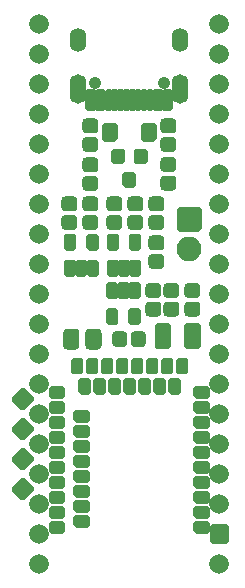
<source format=gbr>
G04 #@! TF.GenerationSoftware,KiCad,Pcbnew,(5.1.8)-1*
G04 #@! TF.CreationDate,2021-06-12T10:53:30+02:00*
G04 #@! TF.ProjectId,BlueMacro,426c7565-4d61-4637-926f-2e6b69636164,rev?*
G04 #@! TF.SameCoordinates,Original*
G04 #@! TF.FileFunction,Soldermask,Top*
G04 #@! TF.FilePolarity,Negative*
%FSLAX46Y46*%
G04 Gerber Fmt 4.6, Leading zero omitted, Abs format (unit mm)*
G04 Created by KiCad (PCBNEW (5.1.8)-1) date 2021-06-12 10:53:30*
%MOMM*%
%LPD*%
G01*
G04 APERTURE LIST*
%ADD10C,1.670000*%
%ADD11O,2.100000X2.100000*%
%ADD12O,1.400000X2.000000*%
%ADD13O,1.400000X2.500000*%
%ADD14C,1.050000*%
G04 APERTURE END LIST*
G36*
G01*
X47758000Y-59107000D02*
X47758000Y-58107000D01*
G75*
G02*
X47958000Y-57907000I200000J0D01*
G01*
X48608000Y-57907000D01*
G75*
G02*
X48808000Y-58107000I0J-200000D01*
G01*
X48808000Y-59107000D01*
G75*
G02*
X48608000Y-59307000I-200000J0D01*
G01*
X47958000Y-59307000D01*
G75*
G02*
X47758000Y-59107000I0J200000D01*
G01*
G37*
G36*
G01*
X43948000Y-59107000D02*
X43948000Y-58107000D01*
G75*
G02*
X44148000Y-57907000I200000J0D01*
G01*
X44798000Y-57907000D01*
G75*
G02*
X44998000Y-58107000I0J-200000D01*
G01*
X44998000Y-59107000D01*
G75*
G02*
X44798000Y-59307000I-200000J0D01*
G01*
X44148000Y-59307000D01*
G75*
G02*
X43948000Y-59107000I0J200000D01*
G01*
G37*
G36*
G01*
X45218000Y-59107000D02*
X45218000Y-58107000D01*
G75*
G02*
X45418000Y-57907000I200000J0D01*
G01*
X46068000Y-57907000D01*
G75*
G02*
X46268000Y-58107000I0J-200000D01*
G01*
X46268000Y-59107000D01*
G75*
G02*
X46068000Y-59307000I-200000J0D01*
G01*
X45418000Y-59307000D01*
G75*
G02*
X45218000Y-59107000I0J200000D01*
G01*
G37*
G36*
G01*
X49028000Y-59107000D02*
X49028000Y-58107000D01*
G75*
G02*
X49228000Y-57907000I200000J0D01*
G01*
X49878000Y-57907000D01*
G75*
G02*
X50078000Y-58107000I0J-200000D01*
G01*
X50078000Y-59107000D01*
G75*
G02*
X49878000Y-59307000I-200000J0D01*
G01*
X49228000Y-59307000D01*
G75*
G02*
X49028000Y-59107000I0J200000D01*
G01*
G37*
G36*
G01*
X46488000Y-59107000D02*
X46488000Y-58107000D01*
G75*
G02*
X46688000Y-57907000I200000J0D01*
G01*
X47338000Y-57907000D01*
G75*
G02*
X47538000Y-58107000I0J-200000D01*
G01*
X47538000Y-59107000D01*
G75*
G02*
X47338000Y-59307000I-200000J0D01*
G01*
X46688000Y-59307000D01*
G75*
G02*
X46488000Y-59107000I0J200000D01*
G01*
G37*
G36*
G01*
X51568000Y-59107000D02*
X51568000Y-58107000D01*
G75*
G02*
X51768000Y-57907000I200000J0D01*
G01*
X52418000Y-57907000D01*
G75*
G02*
X52618000Y-58107000I0J-200000D01*
G01*
X52618000Y-59107000D01*
G75*
G02*
X52418000Y-59307000I-200000J0D01*
G01*
X51768000Y-59307000D01*
G75*
G02*
X51568000Y-59107000I0J200000D01*
G01*
G37*
G36*
G01*
X50298000Y-59107000D02*
X50298000Y-58107000D01*
G75*
G02*
X50498000Y-57907000I200000J0D01*
G01*
X51148000Y-57907000D01*
G75*
G02*
X51348000Y-58107000I0J-200000D01*
G01*
X51348000Y-59107000D01*
G75*
G02*
X51148000Y-59307000I-200000J0D01*
G01*
X50498000Y-59307000D01*
G75*
G02*
X50298000Y-59107000I0J200000D01*
G01*
G37*
G36*
G01*
X43719000Y-69512000D02*
X44719000Y-69512000D01*
G75*
G02*
X44919000Y-69712000I0J-200000D01*
G01*
X44919000Y-70362000D01*
G75*
G02*
X44719000Y-70562000I-200000J0D01*
G01*
X43719000Y-70562000D01*
G75*
G02*
X43519000Y-70362000I0J200000D01*
G01*
X43519000Y-69712000D01*
G75*
G02*
X43719000Y-69512000I200000J0D01*
G01*
G37*
G36*
G01*
X43719000Y-68242000D02*
X44719000Y-68242000D01*
G75*
G02*
X44919000Y-68442000I0J-200000D01*
G01*
X44919000Y-69092000D01*
G75*
G02*
X44719000Y-69292000I-200000J0D01*
G01*
X43719000Y-69292000D01*
G75*
G02*
X43519000Y-69092000I0J200000D01*
G01*
X43519000Y-68442000D01*
G75*
G02*
X43719000Y-68242000I200000J0D01*
G01*
G37*
G36*
G01*
X43719000Y-66972000D02*
X44719000Y-66972000D01*
G75*
G02*
X44919000Y-67172000I0J-200000D01*
G01*
X44919000Y-67822000D01*
G75*
G02*
X44719000Y-68022000I-200000J0D01*
G01*
X43719000Y-68022000D01*
G75*
G02*
X43519000Y-67822000I0J200000D01*
G01*
X43519000Y-67172000D01*
G75*
G02*
X43719000Y-66972000I200000J0D01*
G01*
G37*
G36*
G01*
X43719000Y-65702000D02*
X44719000Y-65702000D01*
G75*
G02*
X44919000Y-65902000I0J-200000D01*
G01*
X44919000Y-66552000D01*
G75*
G02*
X44719000Y-66752000I-200000J0D01*
G01*
X43719000Y-66752000D01*
G75*
G02*
X43519000Y-66552000I0J200000D01*
G01*
X43519000Y-65902000D01*
G75*
G02*
X43719000Y-65702000I200000J0D01*
G01*
G37*
G36*
G01*
X44719000Y-65482000D02*
X43719000Y-65482000D01*
G75*
G02*
X43519000Y-65282000I0J200000D01*
G01*
X43519000Y-64632000D01*
G75*
G02*
X43719000Y-64432000I200000J0D01*
G01*
X44719000Y-64432000D01*
G75*
G02*
X44919000Y-64632000I0J-200000D01*
G01*
X44919000Y-65282000D01*
G75*
G02*
X44719000Y-65482000I-200000J0D01*
G01*
G37*
G36*
G01*
X43719000Y-63162000D02*
X44719000Y-63162000D01*
G75*
G02*
X44919000Y-63362000I0J-200000D01*
G01*
X44919000Y-64012000D01*
G75*
G02*
X44719000Y-64212000I-200000J0D01*
G01*
X43719000Y-64212000D01*
G75*
G02*
X43519000Y-64012000I0J200000D01*
G01*
X43519000Y-63362000D01*
G75*
G02*
X43719000Y-63162000I200000J0D01*
G01*
G37*
G36*
G01*
X43719000Y-61892000D02*
X44719000Y-61892000D01*
G75*
G02*
X44919000Y-62092000I0J-200000D01*
G01*
X44919000Y-62742000D01*
G75*
G02*
X44719000Y-62942000I-200000J0D01*
G01*
X43719000Y-62942000D01*
G75*
G02*
X43519000Y-62742000I0J200000D01*
G01*
X43519000Y-62092000D01*
G75*
G02*
X43719000Y-61892000I200000J0D01*
G01*
G37*
G36*
G01*
X47125000Y-57396000D02*
X47125000Y-56396000D01*
G75*
G02*
X47325000Y-56196000I200000J0D01*
G01*
X47975000Y-56196000D01*
G75*
G02*
X48175000Y-56396000I0J-200000D01*
G01*
X48175000Y-57396000D01*
G75*
G02*
X47975000Y-57596000I-200000J0D01*
G01*
X47325000Y-57596000D01*
G75*
G02*
X47125000Y-57396000I0J200000D01*
G01*
G37*
G36*
G01*
X43315000Y-57396000D02*
X43315000Y-56396000D01*
G75*
G02*
X43515000Y-56196000I200000J0D01*
G01*
X44165000Y-56196000D01*
G75*
G02*
X44365000Y-56396000I0J-200000D01*
G01*
X44365000Y-57396000D01*
G75*
G02*
X44165000Y-57596000I-200000J0D01*
G01*
X43515000Y-57596000D01*
G75*
G02*
X43315000Y-57396000I0J200000D01*
G01*
G37*
G36*
G01*
X48395000Y-57396000D02*
X48395000Y-56396000D01*
G75*
G02*
X48595000Y-56196000I200000J0D01*
G01*
X49245000Y-56196000D01*
G75*
G02*
X49445000Y-56396000I0J-200000D01*
G01*
X49445000Y-57396000D01*
G75*
G02*
X49245000Y-57596000I-200000J0D01*
G01*
X48595000Y-57596000D01*
G75*
G02*
X48395000Y-57396000I0J200000D01*
G01*
G37*
G36*
G01*
X49665000Y-57396000D02*
X49665000Y-56396000D01*
G75*
G02*
X49865000Y-56196000I200000J0D01*
G01*
X50515000Y-56196000D01*
G75*
G02*
X50715000Y-56396000I0J-200000D01*
G01*
X50715000Y-57396000D01*
G75*
G02*
X50515000Y-57596000I-200000J0D01*
G01*
X49865000Y-57596000D01*
G75*
G02*
X49665000Y-57396000I0J200000D01*
G01*
G37*
G36*
G01*
X50935000Y-57396000D02*
X50935000Y-56396000D01*
G75*
G02*
X51135000Y-56196000I200000J0D01*
G01*
X51785000Y-56196000D01*
G75*
G02*
X51985000Y-56396000I0J-200000D01*
G01*
X51985000Y-57396000D01*
G75*
G02*
X51785000Y-57596000I-200000J0D01*
G01*
X51135000Y-57596000D01*
G75*
G02*
X50935000Y-57396000I0J200000D01*
G01*
G37*
G36*
G01*
X45855000Y-57396000D02*
X45855000Y-56396000D01*
G75*
G02*
X46055000Y-56196000I200000J0D01*
G01*
X46705000Y-56196000D01*
G75*
G02*
X46905000Y-56396000I0J-200000D01*
G01*
X46905000Y-57396000D01*
G75*
G02*
X46705000Y-57596000I-200000J0D01*
G01*
X46055000Y-57596000D01*
G75*
G02*
X45855000Y-57396000I0J200000D01*
G01*
G37*
G36*
G01*
X52205000Y-57396000D02*
X52205000Y-56396000D01*
G75*
G02*
X52405000Y-56196000I200000J0D01*
G01*
X53055000Y-56196000D01*
G75*
G02*
X53255000Y-56396000I0J-200000D01*
G01*
X53255000Y-57396000D01*
G75*
G02*
X53055000Y-57596000I-200000J0D01*
G01*
X52405000Y-57596000D01*
G75*
G02*
X52205000Y-57396000I0J200000D01*
G01*
G37*
G36*
G01*
X44585000Y-57396000D02*
X44585000Y-56396000D01*
G75*
G02*
X44785000Y-56196000I200000J0D01*
G01*
X45435000Y-56196000D01*
G75*
G02*
X45635000Y-56396000I0J-200000D01*
G01*
X45635000Y-57396000D01*
G75*
G02*
X45435000Y-57596000I-200000J0D01*
G01*
X44785000Y-57596000D01*
G75*
G02*
X44585000Y-57396000I0J200000D01*
G01*
G37*
G36*
G01*
X41641000Y-58590000D02*
X42641000Y-58590000D01*
G75*
G02*
X42841000Y-58790000I0J-200000D01*
G01*
X42841000Y-59440000D01*
G75*
G02*
X42641000Y-59640000I-200000J0D01*
G01*
X41641000Y-59640000D01*
G75*
G02*
X41441000Y-59440000I0J200000D01*
G01*
X41441000Y-58790000D01*
G75*
G02*
X41641000Y-58590000I200000J0D01*
G01*
G37*
G36*
G01*
X41641000Y-59860000D02*
X42641000Y-59860000D01*
G75*
G02*
X42841000Y-60060000I0J-200000D01*
G01*
X42841000Y-60710000D01*
G75*
G02*
X42641000Y-60910000I-200000J0D01*
G01*
X41641000Y-60910000D01*
G75*
G02*
X41441000Y-60710000I0J200000D01*
G01*
X41441000Y-60060000D01*
G75*
G02*
X41641000Y-59860000I200000J0D01*
G01*
G37*
G36*
G01*
X41641000Y-64940000D02*
X42641000Y-64940000D01*
G75*
G02*
X42841000Y-65140000I0J-200000D01*
G01*
X42841000Y-65790000D01*
G75*
G02*
X42641000Y-65990000I-200000J0D01*
G01*
X41641000Y-65990000D01*
G75*
G02*
X41441000Y-65790000I0J200000D01*
G01*
X41441000Y-65140000D01*
G75*
G02*
X41641000Y-64940000I200000J0D01*
G01*
G37*
G36*
G01*
X41641000Y-61130000D02*
X42641000Y-61130000D01*
G75*
G02*
X42841000Y-61330000I0J-200000D01*
G01*
X42841000Y-61980000D01*
G75*
G02*
X42641000Y-62180000I-200000J0D01*
G01*
X41641000Y-62180000D01*
G75*
G02*
X41441000Y-61980000I0J200000D01*
G01*
X41441000Y-61330000D01*
G75*
G02*
X41641000Y-61130000I200000J0D01*
G01*
G37*
G36*
G01*
X41641000Y-66210000D02*
X42641000Y-66210000D01*
G75*
G02*
X42841000Y-66410000I0J-200000D01*
G01*
X42841000Y-67060000D01*
G75*
G02*
X42641000Y-67260000I-200000J0D01*
G01*
X41641000Y-67260000D01*
G75*
G02*
X41441000Y-67060000I0J200000D01*
G01*
X41441000Y-66410000D01*
G75*
G02*
X41641000Y-66210000I200000J0D01*
G01*
G37*
G36*
G01*
X41641000Y-67480000D02*
X42641000Y-67480000D01*
G75*
G02*
X42841000Y-67680000I0J-200000D01*
G01*
X42841000Y-68330000D01*
G75*
G02*
X42641000Y-68530000I-200000J0D01*
G01*
X41641000Y-68530000D01*
G75*
G02*
X41441000Y-68330000I0J200000D01*
G01*
X41441000Y-67680000D01*
G75*
G02*
X41641000Y-67480000I200000J0D01*
G01*
G37*
G36*
G01*
X41641000Y-68750000D02*
X42641000Y-68750000D01*
G75*
G02*
X42841000Y-68950000I0J-200000D01*
G01*
X42841000Y-69600000D01*
G75*
G02*
X42641000Y-69800000I-200000J0D01*
G01*
X41641000Y-69800000D01*
G75*
G02*
X41441000Y-69600000I0J200000D01*
G01*
X41441000Y-68950000D01*
G75*
G02*
X41641000Y-68750000I200000J0D01*
G01*
G37*
G36*
G01*
X41641000Y-63670000D02*
X42641000Y-63670000D01*
G75*
G02*
X42841000Y-63870000I0J-200000D01*
G01*
X42841000Y-64520000D01*
G75*
G02*
X42641000Y-64720000I-200000J0D01*
G01*
X41641000Y-64720000D01*
G75*
G02*
X41441000Y-64520000I0J200000D01*
G01*
X41441000Y-63870000D01*
G75*
G02*
X41641000Y-63670000I200000J0D01*
G01*
G37*
G36*
G01*
X41641000Y-70020000D02*
X42641000Y-70020000D01*
G75*
G02*
X42841000Y-70220000I0J-200000D01*
G01*
X42841000Y-70870000D01*
G75*
G02*
X42641000Y-71070000I-200000J0D01*
G01*
X41641000Y-71070000D01*
G75*
G02*
X41441000Y-70870000I0J200000D01*
G01*
X41441000Y-70220000D01*
G75*
G02*
X41641000Y-70020000I200000J0D01*
G01*
G37*
G36*
G01*
X41641000Y-62400000D02*
X42641000Y-62400000D01*
G75*
G02*
X42841000Y-62600000I0J-200000D01*
G01*
X42841000Y-63250000D01*
G75*
G02*
X42641000Y-63450000I-200000J0D01*
G01*
X41641000Y-63450000D01*
G75*
G02*
X41441000Y-63250000I0J200000D01*
G01*
X41441000Y-62600000D01*
G75*
G02*
X41641000Y-62400000I200000J0D01*
G01*
G37*
G36*
G01*
X53879000Y-70020000D02*
X54879000Y-70020000D01*
G75*
G02*
X55079000Y-70220000I0J-200000D01*
G01*
X55079000Y-70870000D01*
G75*
G02*
X54879000Y-71070000I-200000J0D01*
G01*
X53879000Y-71070000D01*
G75*
G02*
X53679000Y-70870000I0J200000D01*
G01*
X53679000Y-70220000D01*
G75*
G02*
X53879000Y-70020000I200000J0D01*
G01*
G37*
G36*
G01*
X53879000Y-68750000D02*
X54879000Y-68750000D01*
G75*
G02*
X55079000Y-68950000I0J-200000D01*
G01*
X55079000Y-69600000D01*
G75*
G02*
X54879000Y-69800000I-200000J0D01*
G01*
X53879000Y-69800000D01*
G75*
G02*
X53679000Y-69600000I0J200000D01*
G01*
X53679000Y-68950000D01*
G75*
G02*
X53879000Y-68750000I200000J0D01*
G01*
G37*
G36*
G01*
X53879000Y-67480000D02*
X54879000Y-67480000D01*
G75*
G02*
X55079000Y-67680000I0J-200000D01*
G01*
X55079000Y-68330000D01*
G75*
G02*
X54879000Y-68530000I-200000J0D01*
G01*
X53879000Y-68530000D01*
G75*
G02*
X53679000Y-68330000I0J200000D01*
G01*
X53679000Y-67680000D01*
G75*
G02*
X53879000Y-67480000I200000J0D01*
G01*
G37*
G36*
G01*
X53879000Y-66210000D02*
X54879000Y-66210000D01*
G75*
G02*
X55079000Y-66410000I0J-200000D01*
G01*
X55079000Y-67060000D01*
G75*
G02*
X54879000Y-67260000I-200000J0D01*
G01*
X53879000Y-67260000D01*
G75*
G02*
X53679000Y-67060000I0J200000D01*
G01*
X53679000Y-66410000D01*
G75*
G02*
X53879000Y-66210000I200000J0D01*
G01*
G37*
G36*
G01*
X53879000Y-64940000D02*
X54879000Y-64940000D01*
G75*
G02*
X55079000Y-65140000I0J-200000D01*
G01*
X55079000Y-65790000D01*
G75*
G02*
X54879000Y-65990000I-200000J0D01*
G01*
X53879000Y-65990000D01*
G75*
G02*
X53679000Y-65790000I0J200000D01*
G01*
X53679000Y-65140000D01*
G75*
G02*
X53879000Y-64940000I200000J0D01*
G01*
G37*
G36*
G01*
X53879000Y-63670000D02*
X54879000Y-63670000D01*
G75*
G02*
X55079000Y-63870000I0J-200000D01*
G01*
X55079000Y-64520000D01*
G75*
G02*
X54879000Y-64720000I-200000J0D01*
G01*
X53879000Y-64720000D01*
G75*
G02*
X53679000Y-64520000I0J200000D01*
G01*
X53679000Y-63870000D01*
G75*
G02*
X53879000Y-63670000I200000J0D01*
G01*
G37*
G36*
G01*
X53879000Y-62400000D02*
X54879000Y-62400000D01*
G75*
G02*
X55079000Y-62600000I0J-200000D01*
G01*
X55079000Y-63250000D01*
G75*
G02*
X54879000Y-63450000I-200000J0D01*
G01*
X53879000Y-63450000D01*
G75*
G02*
X53679000Y-63250000I0J200000D01*
G01*
X53679000Y-62600000D01*
G75*
G02*
X53879000Y-62400000I200000J0D01*
G01*
G37*
G36*
G01*
X53879000Y-61130000D02*
X54879000Y-61130000D01*
G75*
G02*
X55079000Y-61330000I0J-200000D01*
G01*
X55079000Y-61980000D01*
G75*
G02*
X54879000Y-62180000I-200000J0D01*
G01*
X53879000Y-62180000D01*
G75*
G02*
X53679000Y-61980000I0J200000D01*
G01*
X53679000Y-61330000D01*
G75*
G02*
X53879000Y-61130000I200000J0D01*
G01*
G37*
G36*
G01*
X53879000Y-59860000D02*
X54879000Y-59860000D01*
G75*
G02*
X55079000Y-60060000I0J-200000D01*
G01*
X55079000Y-60710000D01*
G75*
G02*
X54879000Y-60910000I-200000J0D01*
G01*
X53879000Y-60910000D01*
G75*
G02*
X53679000Y-60710000I0J200000D01*
G01*
X53679000Y-60060000D01*
G75*
G02*
X53879000Y-59860000I200000J0D01*
G01*
G37*
G36*
G01*
X53879000Y-58590000D02*
X54879000Y-58590000D01*
G75*
G02*
X55079000Y-58790000I0J-200000D01*
G01*
X55079000Y-59440000D01*
G75*
G02*
X54879000Y-59640000I-200000J0D01*
G01*
X53879000Y-59640000D01*
G75*
G02*
X53679000Y-59440000I0J200000D01*
G01*
X53679000Y-58790000D01*
G75*
G02*
X53879000Y-58590000I200000J0D01*
G01*
G37*
G36*
G01*
X43719000Y-60622000D02*
X44719000Y-60622000D01*
G75*
G02*
X44919000Y-60822000I0J-200000D01*
G01*
X44919000Y-61472000D01*
G75*
G02*
X44719000Y-61672000I-200000J0D01*
G01*
X43719000Y-61672000D01*
G75*
G02*
X43519000Y-61472000I0J200000D01*
G01*
X43519000Y-60822000D01*
G75*
G02*
X43719000Y-60622000I200000J0D01*
G01*
G37*
D10*
X55880000Y-27940000D03*
X40640000Y-27940000D03*
X55880000Y-73660000D03*
X40640000Y-73660000D03*
X40640000Y-71120000D03*
X40640000Y-68580000D03*
X40640000Y-66040000D03*
X40640000Y-63500000D03*
X40640000Y-60960000D03*
X40640000Y-53340000D03*
X40640000Y-50800000D03*
X40640000Y-48260000D03*
X40640000Y-55880000D03*
X40640000Y-58420000D03*
G36*
G01*
X56505000Y-71945000D02*
X55255000Y-71945000D01*
G75*
G02*
X55055000Y-71745000I0J200000D01*
G01*
X55055000Y-70495000D01*
G75*
G02*
X55255000Y-70295000I200000J0D01*
G01*
X56505000Y-70295000D01*
G75*
G02*
X56705000Y-70495000I0J-200000D01*
G01*
X56705000Y-71745000D01*
G75*
G02*
X56505000Y-71945000I-200000J0D01*
G01*
G37*
X55880000Y-68580000D03*
X55880000Y-66040000D03*
X55880000Y-63500000D03*
X55880000Y-60960000D03*
X55880000Y-58420000D03*
X55880000Y-55880000D03*
X55880000Y-53340000D03*
X55880000Y-50800000D03*
X55880000Y-48260000D03*
X55880000Y-45720000D03*
X55880000Y-43180000D03*
X40640000Y-45720000D03*
X40640000Y-43180000D03*
X40640000Y-40640000D03*
X40640000Y-38100000D03*
X40640000Y-35560000D03*
X40640000Y-33020000D03*
X40640000Y-30480000D03*
X55880000Y-30480000D03*
X55880000Y-33020000D03*
X55880000Y-35560000D03*
X55880000Y-38100000D03*
X55880000Y-40640000D03*
G36*
G01*
X45960000Y-37684000D02*
X45960000Y-36484000D01*
G75*
G02*
X46160000Y-36284000I200000J0D01*
G01*
X47060000Y-36284000D01*
G75*
G02*
X47260000Y-36484000I0J-200000D01*
G01*
X47260000Y-37684000D01*
G75*
G02*
X47060000Y-37884000I-200000J0D01*
G01*
X46160000Y-37884000D01*
G75*
G02*
X45960000Y-37684000I0J200000D01*
G01*
G37*
G36*
G01*
X49260000Y-37684000D02*
X49260000Y-36484000D01*
G75*
G02*
X49460000Y-36284000I200000J0D01*
G01*
X50360000Y-36284000D01*
G75*
G02*
X50560000Y-36484000I0J-200000D01*
G01*
X50560000Y-37684000D01*
G75*
G02*
X50360000Y-37884000I-200000J0D01*
G01*
X49460000Y-37884000D01*
G75*
G02*
X49260000Y-37684000I0J200000D01*
G01*
G37*
G36*
G01*
X52290000Y-45300000D02*
X52290000Y-43600000D01*
G75*
G02*
X52490000Y-43400000I200000J0D01*
G01*
X54190000Y-43400000D01*
G75*
G02*
X54390000Y-43600000I0J-200000D01*
G01*
X54390000Y-45300000D01*
G75*
G02*
X54190000Y-45500000I-200000J0D01*
G01*
X52490000Y-45500000D01*
G75*
G02*
X52290000Y-45300000I0J200000D01*
G01*
G37*
D11*
X53340000Y-46990000D03*
D12*
X43940000Y-29270000D03*
X52580000Y-29270000D03*
D13*
X43940000Y-33450000D03*
X52580000Y-33450000D03*
D14*
X51150000Y-32920000D03*
X45370000Y-32920000D03*
G36*
G01*
X48860000Y-33640000D02*
X48860000Y-35090000D01*
G75*
G02*
X48660000Y-35290000I-200000J0D01*
G01*
X48360000Y-35290000D01*
G75*
G02*
X48160000Y-35090000I0J200000D01*
G01*
X48160000Y-33640000D01*
G75*
G02*
X48360000Y-33440000I200000J0D01*
G01*
X48660000Y-33440000D01*
G75*
G02*
X48860000Y-33640000I0J-200000D01*
G01*
G37*
G36*
G01*
X48360000Y-33640000D02*
X48360000Y-35090000D01*
G75*
G02*
X48160000Y-35290000I-200000J0D01*
G01*
X47860000Y-35290000D01*
G75*
G02*
X47660000Y-35090000I0J200000D01*
G01*
X47660000Y-33640000D01*
G75*
G02*
X47860000Y-33440000I200000J0D01*
G01*
X48160000Y-33440000D01*
G75*
G02*
X48360000Y-33640000I0J-200000D01*
G01*
G37*
G36*
G01*
X47860000Y-33640000D02*
X47860000Y-35090000D01*
G75*
G02*
X47660000Y-35290000I-200000J0D01*
G01*
X47360000Y-35290000D01*
G75*
G02*
X47160000Y-35090000I0J200000D01*
G01*
X47160000Y-33640000D01*
G75*
G02*
X47360000Y-33440000I200000J0D01*
G01*
X47660000Y-33440000D01*
G75*
G02*
X47860000Y-33640000I0J-200000D01*
G01*
G37*
G36*
G01*
X49360000Y-33640000D02*
X49360000Y-35090000D01*
G75*
G02*
X49160000Y-35290000I-200000J0D01*
G01*
X48860000Y-35290000D01*
G75*
G02*
X48660000Y-35090000I0J200000D01*
G01*
X48660000Y-33640000D01*
G75*
G02*
X48860000Y-33440000I200000J0D01*
G01*
X49160000Y-33440000D01*
G75*
G02*
X49360000Y-33640000I0J-200000D01*
G01*
G37*
G36*
G01*
X47360000Y-33640000D02*
X47360000Y-35090000D01*
G75*
G02*
X47160000Y-35290000I-200000J0D01*
G01*
X46860000Y-35290000D01*
G75*
G02*
X46660000Y-35090000I0J200000D01*
G01*
X46660000Y-33640000D01*
G75*
G02*
X46860000Y-33440000I200000J0D01*
G01*
X47160000Y-33440000D01*
G75*
G02*
X47360000Y-33640000I0J-200000D01*
G01*
G37*
G36*
G01*
X49860000Y-33640000D02*
X49860000Y-35090000D01*
G75*
G02*
X49660000Y-35290000I-200000J0D01*
G01*
X49360000Y-35290000D01*
G75*
G02*
X49160000Y-35090000I0J200000D01*
G01*
X49160000Y-33640000D01*
G75*
G02*
X49360000Y-33440000I200000J0D01*
G01*
X49660000Y-33440000D01*
G75*
G02*
X49860000Y-33640000I0J-200000D01*
G01*
G37*
G36*
G01*
X46860000Y-33640000D02*
X46860000Y-35090000D01*
G75*
G02*
X46660000Y-35290000I-200000J0D01*
G01*
X46360000Y-35290000D01*
G75*
G02*
X46160000Y-35090000I0J200000D01*
G01*
X46160000Y-33640000D01*
G75*
G02*
X46360000Y-33440000I200000J0D01*
G01*
X46660000Y-33440000D01*
G75*
G02*
X46860000Y-33640000I0J-200000D01*
G01*
G37*
G36*
G01*
X50360000Y-33640000D02*
X50360000Y-35090000D01*
G75*
G02*
X50160000Y-35290000I-200000J0D01*
G01*
X49860000Y-35290000D01*
G75*
G02*
X49660000Y-35090000I0J200000D01*
G01*
X49660000Y-33640000D01*
G75*
G02*
X49860000Y-33440000I200000J0D01*
G01*
X50160000Y-33440000D01*
G75*
G02*
X50360000Y-33640000I0J-200000D01*
G01*
G37*
G36*
G01*
X51210000Y-33640000D02*
X51210000Y-35090000D01*
G75*
G02*
X51010000Y-35290000I-200000J0D01*
G01*
X50410000Y-35290000D01*
G75*
G02*
X50210000Y-35090000I0J200000D01*
G01*
X50210000Y-33640000D01*
G75*
G02*
X50410000Y-33440000I200000J0D01*
G01*
X51010000Y-33440000D01*
G75*
G02*
X51210000Y-33640000I0J-200000D01*
G01*
G37*
G36*
G01*
X46310000Y-33640000D02*
X46310000Y-35090000D01*
G75*
G02*
X46110000Y-35290000I-200000J0D01*
G01*
X45510000Y-35290000D01*
G75*
G02*
X45310000Y-35090000I0J200000D01*
G01*
X45310000Y-33640000D01*
G75*
G02*
X45510000Y-33440000I200000J0D01*
G01*
X46110000Y-33440000D01*
G75*
G02*
X46310000Y-33640000I0J-200000D01*
G01*
G37*
G36*
G01*
X51985000Y-33640000D02*
X51985000Y-35090000D01*
G75*
G02*
X51785000Y-35290000I-200000J0D01*
G01*
X51185000Y-35290000D01*
G75*
G02*
X50985000Y-35090000I0J200000D01*
G01*
X50985000Y-33640000D01*
G75*
G02*
X51185000Y-33440000I200000J0D01*
G01*
X51785000Y-33440000D01*
G75*
G02*
X51985000Y-33640000I0J-200000D01*
G01*
G37*
G36*
G01*
X45535000Y-33640000D02*
X45535000Y-35090000D01*
G75*
G02*
X45335000Y-35290000I-200000J0D01*
G01*
X44735000Y-35290000D01*
G75*
G02*
X44535000Y-35090000I0J200000D01*
G01*
X44535000Y-33640000D01*
G75*
G02*
X44735000Y-33440000I200000J0D01*
G01*
X45335000Y-33440000D01*
G75*
G02*
X45535000Y-33640000I0J-200000D01*
G01*
G37*
G36*
G01*
X42649500Y-55166250D02*
X42649500Y-54053750D01*
G75*
G02*
X42993250Y-53710000I343750J0D01*
G01*
X43680750Y-53710000D01*
G75*
G02*
X44024500Y-54053750I0J-343750D01*
G01*
X44024500Y-55166250D01*
G75*
G02*
X43680750Y-55510000I-343750J0D01*
G01*
X42993250Y-55510000D01*
G75*
G02*
X42649500Y-55166250I0J343750D01*
G01*
G37*
G36*
G01*
X44524500Y-55166250D02*
X44524500Y-54053750D01*
G75*
G02*
X44868250Y-53710000I343750J0D01*
G01*
X45555750Y-53710000D01*
G75*
G02*
X45899500Y-54053750I0J-343750D01*
G01*
X45899500Y-55166250D01*
G75*
G02*
X45555750Y-55510000I-343750J0D01*
G01*
X44868250Y-55510000D01*
G75*
G02*
X44524500Y-55166250I0J343750D01*
G01*
G37*
G36*
G01*
X48810000Y-38482000D02*
X49610000Y-38482000D01*
G75*
G02*
X49810000Y-38682000I0J-200000D01*
G01*
X49810000Y-39582000D01*
G75*
G02*
X49610000Y-39782000I-200000J0D01*
G01*
X48810000Y-39782000D01*
G75*
G02*
X48610000Y-39582000I0J200000D01*
G01*
X48610000Y-38682000D01*
G75*
G02*
X48810000Y-38482000I200000J0D01*
G01*
G37*
G36*
G01*
X46910000Y-38482000D02*
X47710000Y-38482000D01*
G75*
G02*
X47910000Y-38682000I0J-200000D01*
G01*
X47910000Y-39582000D01*
G75*
G02*
X47710000Y-39782000I-200000J0D01*
G01*
X46910000Y-39782000D01*
G75*
G02*
X46710000Y-39582000I0J200000D01*
G01*
X46710000Y-38682000D01*
G75*
G02*
X46910000Y-38482000I200000J0D01*
G01*
G37*
G36*
G01*
X47860000Y-40482000D02*
X48660000Y-40482000D01*
G75*
G02*
X48860000Y-40682000I0J-200000D01*
G01*
X48860000Y-41582000D01*
G75*
G02*
X48660000Y-41782000I-200000J0D01*
G01*
X47860000Y-41782000D01*
G75*
G02*
X47660000Y-41582000I0J200000D01*
G01*
X47660000Y-40682000D01*
G75*
G02*
X47860000Y-40482000I200000J0D01*
G01*
G37*
G36*
G01*
X47175260Y-47128000D02*
X46525260Y-47128000D01*
G75*
G02*
X46325260Y-46928000I0J200000D01*
G01*
X46325260Y-45868000D01*
G75*
G02*
X46525260Y-45668000I200000J0D01*
G01*
X47175260Y-45668000D01*
G75*
G02*
X47375260Y-45868000I0J-200000D01*
G01*
X47375260Y-46928000D01*
G75*
G02*
X47175260Y-47128000I-200000J0D01*
G01*
G37*
G36*
G01*
X49075260Y-47128000D02*
X48425260Y-47128000D01*
G75*
G02*
X48225260Y-46928000I0J200000D01*
G01*
X48225260Y-45868000D01*
G75*
G02*
X48425260Y-45668000I200000J0D01*
G01*
X49075260Y-45668000D01*
G75*
G02*
X49275260Y-45868000I0J-200000D01*
G01*
X49275260Y-46928000D01*
G75*
G02*
X49075260Y-47128000I-200000J0D01*
G01*
G37*
G36*
G01*
X49075260Y-49328000D02*
X48425260Y-49328000D01*
G75*
G02*
X48225260Y-49128000I0J200000D01*
G01*
X48225260Y-48068000D01*
G75*
G02*
X48425260Y-47868000I200000J0D01*
G01*
X49075260Y-47868000D01*
G75*
G02*
X49275260Y-48068000I0J-200000D01*
G01*
X49275260Y-49128000D01*
G75*
G02*
X49075260Y-49328000I-200000J0D01*
G01*
G37*
G36*
G01*
X48125260Y-49328000D02*
X47475260Y-49328000D01*
G75*
G02*
X47275260Y-49128000I0J200000D01*
G01*
X47275260Y-48068000D01*
G75*
G02*
X47475260Y-47868000I200000J0D01*
G01*
X48125260Y-47868000D01*
G75*
G02*
X48325260Y-48068000I0J-200000D01*
G01*
X48325260Y-49128000D01*
G75*
G02*
X48125260Y-49328000I-200000J0D01*
G01*
G37*
G36*
G01*
X47175260Y-49328000D02*
X46525260Y-49328000D01*
G75*
G02*
X46325260Y-49128000I0J200000D01*
G01*
X46325260Y-48068000D01*
G75*
G02*
X46525260Y-47868000I200000J0D01*
G01*
X47175260Y-47868000D01*
G75*
G02*
X47375260Y-48068000I0J-200000D01*
G01*
X47375260Y-49128000D01*
G75*
G02*
X47175260Y-49328000I-200000J0D01*
G01*
G37*
G36*
G01*
X48377000Y-49775000D02*
X49027000Y-49775000D01*
G75*
G02*
X49227000Y-49975000I0J-200000D01*
G01*
X49227000Y-51035000D01*
G75*
G02*
X49027000Y-51235000I-200000J0D01*
G01*
X48377000Y-51235000D01*
G75*
G02*
X48177000Y-51035000I0J200000D01*
G01*
X48177000Y-49975000D01*
G75*
G02*
X48377000Y-49775000I200000J0D01*
G01*
G37*
G36*
G01*
X47427000Y-49775000D02*
X48077000Y-49775000D01*
G75*
G02*
X48277000Y-49975000I0J-200000D01*
G01*
X48277000Y-51035000D01*
G75*
G02*
X48077000Y-51235000I-200000J0D01*
G01*
X47427000Y-51235000D01*
G75*
G02*
X47227000Y-51035000I0J200000D01*
G01*
X47227000Y-49975000D01*
G75*
G02*
X47427000Y-49775000I200000J0D01*
G01*
G37*
G36*
G01*
X46477000Y-49775000D02*
X47127000Y-49775000D01*
G75*
G02*
X47327000Y-49975000I0J-200000D01*
G01*
X47327000Y-51035000D01*
G75*
G02*
X47127000Y-51235000I-200000J0D01*
G01*
X46477000Y-51235000D01*
G75*
G02*
X46277000Y-51035000I0J200000D01*
G01*
X46277000Y-49975000D01*
G75*
G02*
X46477000Y-49775000I200000J0D01*
G01*
G37*
G36*
G01*
X46477000Y-51975000D02*
X47127000Y-51975000D01*
G75*
G02*
X47327000Y-52175000I0J-200000D01*
G01*
X47327000Y-53235000D01*
G75*
G02*
X47127000Y-53435000I-200000J0D01*
G01*
X46477000Y-53435000D01*
G75*
G02*
X46277000Y-53235000I0J200000D01*
G01*
X46277000Y-52175000D01*
G75*
G02*
X46477000Y-51975000I200000J0D01*
G01*
G37*
G36*
G01*
X48377000Y-51975000D02*
X49027000Y-51975000D01*
G75*
G02*
X49227000Y-52175000I0J-200000D01*
G01*
X49227000Y-53235000D01*
G75*
G02*
X49027000Y-53435000I-200000J0D01*
G01*
X48377000Y-53435000D01*
G75*
G02*
X48177000Y-53235000I0J200000D01*
G01*
X48177000Y-52175000D01*
G75*
G02*
X48377000Y-51975000I200000J0D01*
G01*
G37*
G36*
G01*
X52894000Y-55256000D02*
X52894000Y-53456000D01*
G75*
G02*
X53094000Y-53256000I200000J0D01*
G01*
X54094000Y-53256000D01*
G75*
G02*
X54294000Y-53456000I0J-200000D01*
G01*
X54294000Y-55256000D01*
G75*
G02*
X54094000Y-55456000I-200000J0D01*
G01*
X53094000Y-55456000D01*
G75*
G02*
X52894000Y-55256000I0J200000D01*
G01*
G37*
G36*
G01*
X50394000Y-55256000D02*
X50394000Y-53456000D01*
G75*
G02*
X50594000Y-53256000I200000J0D01*
G01*
X51594000Y-53256000D01*
G75*
G02*
X51794000Y-53456000I0J-200000D01*
G01*
X51794000Y-55256000D01*
G75*
G02*
X51594000Y-55456000I-200000J0D01*
G01*
X50594000Y-55456000D01*
G75*
G02*
X50394000Y-55256000I0J200000D01*
G01*
G37*
G36*
G01*
X39101579Y-60609238D02*
X38323762Y-59831421D01*
G75*
G02*
X38323762Y-59548579I141421J141421D01*
G01*
X39101579Y-58770762D01*
G75*
G02*
X39384421Y-58770762I141421J-141421D01*
G01*
X40162238Y-59548579D01*
G75*
G02*
X40162238Y-59831421I-141421J-141421D01*
G01*
X39384421Y-60609238D01*
G75*
G02*
X39101579Y-60609238I-141421J141421D01*
G01*
G37*
G36*
G01*
X39101579Y-63149238D02*
X38323762Y-62371421D01*
G75*
G02*
X38323762Y-62088579I141421J141421D01*
G01*
X39101579Y-61310762D01*
G75*
G02*
X39384421Y-61310762I141421J-141421D01*
G01*
X40162238Y-62088579D01*
G75*
G02*
X40162238Y-62371421I-141421J-141421D01*
G01*
X39384421Y-63149238D01*
G75*
G02*
X39101579Y-63149238I-141421J141421D01*
G01*
G37*
G36*
G01*
X39101579Y-65689238D02*
X38323762Y-64911421D01*
G75*
G02*
X38323762Y-64628579I141421J141421D01*
G01*
X39101579Y-63850762D01*
G75*
G02*
X39384421Y-63850762I141421J-141421D01*
G01*
X40162238Y-64628579D01*
G75*
G02*
X40162238Y-64911421I-141421J-141421D01*
G01*
X39384421Y-65689238D01*
G75*
G02*
X39101579Y-65689238I-141421J141421D01*
G01*
G37*
G36*
G01*
X39101579Y-68229238D02*
X38323762Y-67451421D01*
G75*
G02*
X38323762Y-67168579I141421J141421D01*
G01*
X39101579Y-66390762D01*
G75*
G02*
X39384421Y-66390762I141421J-141421D01*
G01*
X40162238Y-67168579D01*
G75*
G02*
X40162238Y-67451421I-141421J-141421D01*
G01*
X39384421Y-68229238D01*
G75*
G02*
X39101579Y-68229238I-141421J141421D01*
G01*
G37*
G36*
G01*
X43571000Y-49328000D02*
X42921000Y-49328000D01*
G75*
G02*
X42721000Y-49128000I0J200000D01*
G01*
X42721000Y-48068000D01*
G75*
G02*
X42921000Y-47868000I200000J0D01*
G01*
X43571000Y-47868000D01*
G75*
G02*
X43771000Y-48068000I0J-200000D01*
G01*
X43771000Y-49128000D01*
G75*
G02*
X43571000Y-49328000I-200000J0D01*
G01*
G37*
G36*
G01*
X44521000Y-49328000D02*
X43871000Y-49328000D01*
G75*
G02*
X43671000Y-49128000I0J200000D01*
G01*
X43671000Y-48068000D01*
G75*
G02*
X43871000Y-47868000I200000J0D01*
G01*
X44521000Y-47868000D01*
G75*
G02*
X44721000Y-48068000I0J-200000D01*
G01*
X44721000Y-49128000D01*
G75*
G02*
X44521000Y-49328000I-200000J0D01*
G01*
G37*
G36*
G01*
X45471000Y-49328000D02*
X44821000Y-49328000D01*
G75*
G02*
X44621000Y-49128000I0J200000D01*
G01*
X44621000Y-48068000D01*
G75*
G02*
X44821000Y-47868000I200000J0D01*
G01*
X45471000Y-47868000D01*
G75*
G02*
X45671000Y-48068000I0J-200000D01*
G01*
X45671000Y-49128000D01*
G75*
G02*
X45471000Y-49328000I-200000J0D01*
G01*
G37*
G36*
G01*
X45471000Y-47128000D02*
X44821000Y-47128000D01*
G75*
G02*
X44621000Y-46928000I0J200000D01*
G01*
X44621000Y-45868000D01*
G75*
G02*
X44821000Y-45668000I200000J0D01*
G01*
X45471000Y-45668000D01*
G75*
G02*
X45671000Y-45868000I0J-200000D01*
G01*
X45671000Y-46928000D01*
G75*
G02*
X45471000Y-47128000I-200000J0D01*
G01*
G37*
G36*
G01*
X43571000Y-47128000D02*
X42921000Y-47128000D01*
G75*
G02*
X42721000Y-46928000I0J200000D01*
G01*
X42721000Y-45868000D01*
G75*
G02*
X42921000Y-45668000I200000J0D01*
G01*
X43571000Y-45668000D01*
G75*
G02*
X43771000Y-45868000I0J-200000D01*
G01*
X43771000Y-46928000D01*
G75*
G02*
X43571000Y-47128000I-200000J0D01*
G01*
G37*
G36*
G01*
X53950250Y-51132500D02*
X53237750Y-51132500D01*
G75*
G02*
X52919000Y-50813750I0J318750D01*
G01*
X52919000Y-50176250D01*
G75*
G02*
X53237750Y-49857500I318750J0D01*
G01*
X53950250Y-49857500D01*
G75*
G02*
X54269000Y-50176250I0J-318750D01*
G01*
X54269000Y-50813750D01*
G75*
G02*
X53950250Y-51132500I-318750J0D01*
G01*
G37*
G36*
G01*
X53950250Y-52707500D02*
X53237750Y-52707500D01*
G75*
G02*
X52919000Y-52388750I0J318750D01*
G01*
X52919000Y-51751250D01*
G75*
G02*
X53237750Y-51432500I318750J0D01*
G01*
X53950250Y-51432500D01*
G75*
G02*
X54269000Y-51751250I0J-318750D01*
G01*
X54269000Y-52388750D01*
G75*
G02*
X53950250Y-52707500I-318750J0D01*
G01*
G37*
G36*
G01*
X52172250Y-52707500D02*
X51459750Y-52707500D01*
G75*
G02*
X51141000Y-52388750I0J318750D01*
G01*
X51141000Y-51751250D01*
G75*
G02*
X51459750Y-51432500I318750J0D01*
G01*
X52172250Y-51432500D01*
G75*
G02*
X52491000Y-51751250I0J-318750D01*
G01*
X52491000Y-52388750D01*
G75*
G02*
X52172250Y-52707500I-318750J0D01*
G01*
G37*
G36*
G01*
X52172250Y-51132500D02*
X51459750Y-51132500D01*
G75*
G02*
X51141000Y-50813750I0J318750D01*
G01*
X51141000Y-50176250D01*
G75*
G02*
X51459750Y-49857500I318750J0D01*
G01*
X52172250Y-49857500D01*
G75*
G02*
X52491000Y-50176250I0J-318750D01*
G01*
X52491000Y-50813750D01*
G75*
G02*
X52172250Y-51132500I-318750J0D01*
G01*
G37*
G36*
G01*
X49935750Y-49857500D02*
X50648250Y-49857500D01*
G75*
G02*
X50967000Y-50176250I0J-318750D01*
G01*
X50967000Y-50813750D01*
G75*
G02*
X50648250Y-51132500I-318750J0D01*
G01*
X49935750Y-51132500D01*
G75*
G02*
X49617000Y-50813750I0J318750D01*
G01*
X49617000Y-50176250D01*
G75*
G02*
X49935750Y-49857500I318750J0D01*
G01*
G37*
G36*
G01*
X49935750Y-51432500D02*
X50648250Y-51432500D01*
G75*
G02*
X50967000Y-51751250I0J-318750D01*
G01*
X50967000Y-52388750D01*
G75*
G02*
X50648250Y-52707500I-318750J0D01*
G01*
X49935750Y-52707500D01*
G75*
G02*
X49617000Y-52388750I0J318750D01*
G01*
X49617000Y-51751250D01*
G75*
G02*
X49935750Y-51432500I318750J0D01*
G01*
G37*
G36*
G01*
X50902250Y-45367000D02*
X50189750Y-45367000D01*
G75*
G02*
X49871000Y-45048250I0J318750D01*
G01*
X49871000Y-44410750D01*
G75*
G02*
X50189750Y-44092000I318750J0D01*
G01*
X50902250Y-44092000D01*
G75*
G02*
X51221000Y-44410750I0J-318750D01*
G01*
X51221000Y-45048250D01*
G75*
G02*
X50902250Y-45367000I-318750J0D01*
G01*
G37*
G36*
G01*
X50902250Y-43792000D02*
X50189750Y-43792000D01*
G75*
G02*
X49871000Y-43473250I0J318750D01*
G01*
X49871000Y-42835750D01*
G75*
G02*
X50189750Y-42517000I318750J0D01*
G01*
X50902250Y-42517000D01*
G75*
G02*
X51221000Y-42835750I0J-318750D01*
G01*
X51221000Y-43473250D01*
G75*
G02*
X50902250Y-43792000I-318750J0D01*
G01*
G37*
G36*
G01*
X48084500Y-54253750D02*
X48084500Y-54966250D01*
G75*
G02*
X47765750Y-55285000I-318750J0D01*
G01*
X47128250Y-55285000D01*
G75*
G02*
X46809500Y-54966250I0J318750D01*
G01*
X46809500Y-54253750D01*
G75*
G02*
X47128250Y-53935000I318750J0D01*
G01*
X47765750Y-53935000D01*
G75*
G02*
X48084500Y-54253750I0J-318750D01*
G01*
G37*
G36*
G01*
X49659500Y-54253750D02*
X49659500Y-54966250D01*
G75*
G02*
X49340750Y-55285000I-318750J0D01*
G01*
X48703250Y-55285000D01*
G75*
G02*
X48384500Y-54966250I0J318750D01*
G01*
X48384500Y-54253750D01*
G75*
G02*
X48703250Y-53935000I318750J0D01*
G01*
X49340750Y-53935000D01*
G75*
G02*
X49659500Y-54253750I0J-318750D01*
G01*
G37*
G36*
G01*
X47346250Y-43792000D02*
X46633750Y-43792000D01*
G75*
G02*
X46315000Y-43473250I0J318750D01*
G01*
X46315000Y-42835750D01*
G75*
G02*
X46633750Y-42517000I318750J0D01*
G01*
X47346250Y-42517000D01*
G75*
G02*
X47665000Y-42835750I0J-318750D01*
G01*
X47665000Y-43473250D01*
G75*
G02*
X47346250Y-43792000I-318750J0D01*
G01*
G37*
G36*
G01*
X47346250Y-45367000D02*
X46633750Y-45367000D01*
G75*
G02*
X46315000Y-45048250I0J318750D01*
G01*
X46315000Y-44410750D01*
G75*
G02*
X46633750Y-44092000I318750J0D01*
G01*
X47346250Y-44092000D01*
G75*
G02*
X47665000Y-44410750I0J-318750D01*
G01*
X47665000Y-45048250D01*
G75*
G02*
X47346250Y-45367000I-318750J0D01*
G01*
G37*
G36*
G01*
X45314250Y-42065000D02*
X44601750Y-42065000D01*
G75*
G02*
X44283000Y-41746250I0J318750D01*
G01*
X44283000Y-41108750D01*
G75*
G02*
X44601750Y-40790000I318750J0D01*
G01*
X45314250Y-40790000D01*
G75*
G02*
X45633000Y-41108750I0J-318750D01*
G01*
X45633000Y-41746250D01*
G75*
G02*
X45314250Y-42065000I-318750J0D01*
G01*
G37*
G36*
G01*
X45314250Y-40490000D02*
X44601750Y-40490000D01*
G75*
G02*
X44283000Y-40171250I0J318750D01*
G01*
X44283000Y-39533750D01*
G75*
G02*
X44601750Y-39215000I318750J0D01*
G01*
X45314250Y-39215000D01*
G75*
G02*
X45633000Y-39533750I0J-318750D01*
G01*
X45633000Y-40171250D01*
G75*
G02*
X45314250Y-40490000I-318750J0D01*
G01*
G37*
G36*
G01*
X51205750Y-39189500D02*
X51918250Y-39189500D01*
G75*
G02*
X52237000Y-39508250I0J-318750D01*
G01*
X52237000Y-40145750D01*
G75*
G02*
X51918250Y-40464500I-318750J0D01*
G01*
X51205750Y-40464500D01*
G75*
G02*
X50887000Y-40145750I0J318750D01*
G01*
X50887000Y-39508250D01*
G75*
G02*
X51205750Y-39189500I318750J0D01*
G01*
G37*
G36*
G01*
X51205750Y-40764500D02*
X51918250Y-40764500D01*
G75*
G02*
X52237000Y-41083250I0J-318750D01*
G01*
X52237000Y-41720750D01*
G75*
G02*
X51918250Y-42039500I-318750J0D01*
G01*
X51205750Y-42039500D01*
G75*
G02*
X50887000Y-41720750I0J318750D01*
G01*
X50887000Y-41083250D01*
G75*
G02*
X51205750Y-40764500I318750J0D01*
G01*
G37*
G36*
G01*
X42823750Y-42517000D02*
X43536250Y-42517000D01*
G75*
G02*
X43855000Y-42835750I0J-318750D01*
G01*
X43855000Y-43473250D01*
G75*
G02*
X43536250Y-43792000I-318750J0D01*
G01*
X42823750Y-43792000D01*
G75*
G02*
X42505000Y-43473250I0J318750D01*
G01*
X42505000Y-42835750D01*
G75*
G02*
X42823750Y-42517000I318750J0D01*
G01*
G37*
G36*
G01*
X42823750Y-44092000D02*
X43536250Y-44092000D01*
G75*
G02*
X43855000Y-44410750I0J-318750D01*
G01*
X43855000Y-45048250D01*
G75*
G02*
X43536250Y-45367000I-318750J0D01*
G01*
X42823750Y-45367000D01*
G75*
G02*
X42505000Y-45048250I0J318750D01*
G01*
X42505000Y-44410750D01*
G75*
G02*
X42823750Y-44092000I318750J0D01*
G01*
G37*
G36*
G01*
X45314250Y-43792000D02*
X44601750Y-43792000D01*
G75*
G02*
X44283000Y-43473250I0J318750D01*
G01*
X44283000Y-42835750D01*
G75*
G02*
X44601750Y-42517000I318750J0D01*
G01*
X45314250Y-42517000D01*
G75*
G02*
X45633000Y-42835750I0J-318750D01*
G01*
X45633000Y-43473250D01*
G75*
G02*
X45314250Y-43792000I-318750J0D01*
G01*
G37*
G36*
G01*
X45314250Y-45367000D02*
X44601750Y-45367000D01*
G75*
G02*
X44283000Y-45048250I0J318750D01*
G01*
X44283000Y-44410750D01*
G75*
G02*
X44601750Y-44092000I318750J0D01*
G01*
X45314250Y-44092000D01*
G75*
G02*
X45633000Y-44410750I0J-318750D01*
G01*
X45633000Y-45048250D01*
G75*
G02*
X45314250Y-45367000I-318750J0D01*
G01*
G37*
G36*
G01*
X48411750Y-42517000D02*
X49124250Y-42517000D01*
G75*
G02*
X49443000Y-42835750I0J-318750D01*
G01*
X49443000Y-43473250D01*
G75*
G02*
X49124250Y-43792000I-318750J0D01*
G01*
X48411750Y-43792000D01*
G75*
G02*
X48093000Y-43473250I0J318750D01*
G01*
X48093000Y-42835750D01*
G75*
G02*
X48411750Y-42517000I318750J0D01*
G01*
G37*
G36*
G01*
X48411750Y-44092000D02*
X49124250Y-44092000D01*
G75*
G02*
X49443000Y-44410750I0J-318750D01*
G01*
X49443000Y-45048250D01*
G75*
G02*
X49124250Y-45367000I-318750J0D01*
G01*
X48411750Y-45367000D01*
G75*
G02*
X48093000Y-45048250I0J318750D01*
G01*
X48093000Y-44410750D01*
G75*
G02*
X48411750Y-44092000I318750J0D01*
G01*
G37*
G36*
G01*
X50189750Y-47394000D02*
X50902250Y-47394000D01*
G75*
G02*
X51221000Y-47712750I0J-318750D01*
G01*
X51221000Y-48350250D01*
G75*
G02*
X50902250Y-48669000I-318750J0D01*
G01*
X50189750Y-48669000D01*
G75*
G02*
X49871000Y-48350250I0J318750D01*
G01*
X49871000Y-47712750D01*
G75*
G02*
X50189750Y-47394000I318750J0D01*
G01*
G37*
G36*
G01*
X50189750Y-45819000D02*
X50902250Y-45819000D01*
G75*
G02*
X51221000Y-46137750I0J-318750D01*
G01*
X51221000Y-46775250D01*
G75*
G02*
X50902250Y-47094000I-318750J0D01*
G01*
X50189750Y-47094000D01*
G75*
G02*
X49871000Y-46775250I0J318750D01*
G01*
X49871000Y-46137750D01*
G75*
G02*
X50189750Y-45819000I318750J0D01*
G01*
G37*
G36*
G01*
X44601750Y-35913000D02*
X45314250Y-35913000D01*
G75*
G02*
X45633000Y-36231750I0J-318750D01*
G01*
X45633000Y-36869250D01*
G75*
G02*
X45314250Y-37188000I-318750J0D01*
G01*
X44601750Y-37188000D01*
G75*
G02*
X44283000Y-36869250I0J318750D01*
G01*
X44283000Y-36231750D01*
G75*
G02*
X44601750Y-35913000I318750J0D01*
G01*
G37*
G36*
G01*
X44601750Y-37488000D02*
X45314250Y-37488000D01*
G75*
G02*
X45633000Y-37806750I0J-318750D01*
G01*
X45633000Y-38444250D01*
G75*
G02*
X45314250Y-38763000I-318750J0D01*
G01*
X44601750Y-38763000D01*
G75*
G02*
X44283000Y-38444250I0J318750D01*
G01*
X44283000Y-37806750D01*
G75*
G02*
X44601750Y-37488000I318750J0D01*
G01*
G37*
G36*
G01*
X51205750Y-37488000D02*
X51918250Y-37488000D01*
G75*
G02*
X52237000Y-37806750I0J-318750D01*
G01*
X52237000Y-38444250D01*
G75*
G02*
X51918250Y-38763000I-318750J0D01*
G01*
X51205750Y-38763000D01*
G75*
G02*
X50887000Y-38444250I0J318750D01*
G01*
X50887000Y-37806750D01*
G75*
G02*
X51205750Y-37488000I318750J0D01*
G01*
G37*
G36*
G01*
X51205750Y-35913000D02*
X51918250Y-35913000D01*
G75*
G02*
X52237000Y-36231750I0J-318750D01*
G01*
X52237000Y-36869250D01*
G75*
G02*
X51918250Y-37188000I-318750J0D01*
G01*
X51205750Y-37188000D01*
G75*
G02*
X50887000Y-36869250I0J318750D01*
G01*
X50887000Y-36231750D01*
G75*
G02*
X51205750Y-35913000I318750J0D01*
G01*
G37*
M02*

</source>
